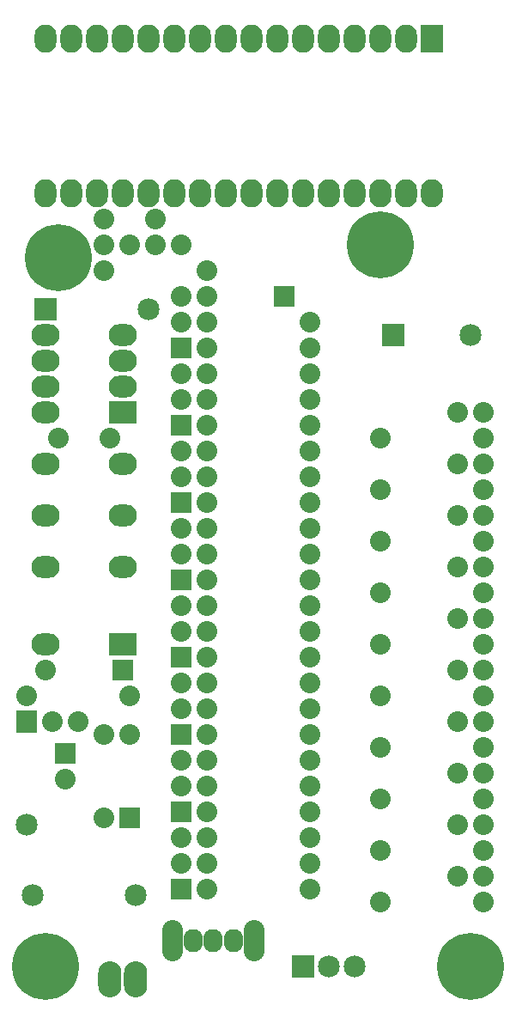
<source format=gbs>
G04 (created by PCBNEW-RS274X (2012-apr-16-27)-stable) date dom 23 mar 2014 15:10:17 CET*
G01*
G70*
G90*
%MOIN*%
G04 Gerber Fmt 3.4, Leading zero omitted, Abs format*
%FSLAX34Y34*%
G04 APERTURE LIST*
%ADD10C,0.008000*%
%ADD11R,0.085000X0.085000*%
%ADD12C,0.085000*%
%ADD13C,0.080000*%
%ADD14R,0.080000X0.085000*%
%ADD15R,0.080000X0.080000*%
%ADD16R,0.110000X0.085000*%
%ADD17O,0.110000X0.085000*%
%ADD18R,0.085000X0.110000*%
%ADD19O,0.085000X0.110000*%
%ADD20O,0.090000X0.140000*%
%ADD21O,0.075000X0.090000*%
%ADD22O,0.080000X0.160000*%
%ADD23C,0.260000*%
G04 APERTURE END LIST*
G54D10*
G54D11*
X43500Y-52000D03*
G54D12*
X44500Y-52000D03*
X45500Y-52000D03*
G54D13*
X39750Y-49000D03*
X43750Y-49000D03*
X39750Y-44000D03*
X43750Y-44000D03*
X43750Y-48000D03*
X39750Y-48000D03*
X36750Y-41500D03*
X32750Y-41500D03*
X43750Y-31000D03*
X39750Y-31000D03*
X43750Y-34000D03*
X39750Y-34000D03*
X43750Y-37000D03*
X39750Y-37000D03*
X43750Y-40000D03*
X39750Y-40000D03*
X43750Y-43000D03*
X39750Y-43000D03*
X43750Y-46000D03*
X39750Y-46000D03*
X43750Y-33000D03*
X39750Y-33000D03*
X46500Y-41500D03*
X50500Y-41500D03*
X46500Y-43500D03*
X50500Y-43500D03*
X46500Y-45500D03*
X50500Y-45500D03*
X46500Y-47500D03*
X50500Y-47500D03*
X46500Y-49500D03*
X50500Y-49500D03*
X43750Y-28000D03*
X39750Y-28000D03*
X43750Y-30000D03*
X39750Y-30000D03*
X43750Y-29000D03*
X39750Y-29000D03*
X46500Y-39500D03*
X50500Y-39500D03*
X43750Y-32000D03*
X39750Y-32000D03*
X43750Y-36000D03*
X39750Y-36000D03*
X43750Y-35000D03*
X39750Y-35000D03*
X43750Y-39000D03*
X39750Y-39000D03*
X43750Y-38000D03*
X39750Y-38000D03*
X43750Y-42000D03*
X39750Y-42000D03*
X43750Y-41000D03*
X39750Y-41000D03*
X43750Y-45000D03*
X39750Y-45000D03*
X43750Y-47000D03*
X39750Y-47000D03*
X46500Y-37500D03*
X50500Y-37500D03*
X39750Y-27000D03*
X43750Y-27000D03*
X46500Y-31500D03*
X50500Y-31500D03*
X46500Y-33500D03*
X50500Y-33500D03*
X46500Y-35500D03*
X50500Y-35500D03*
X39750Y-25000D03*
X35750Y-25000D03*
X35750Y-43000D03*
X36750Y-43000D03*
G54D14*
X32750Y-42500D03*
G54D12*
X32750Y-46500D03*
G54D15*
X36500Y-40500D03*
G54D13*
X33500Y-40500D03*
G54D15*
X42750Y-26000D03*
G54D13*
X39750Y-26000D03*
G54D16*
X36500Y-30500D03*
G54D17*
X36500Y-29500D03*
X36500Y-28500D03*
X36500Y-27500D03*
X33500Y-27500D03*
X33500Y-28500D03*
X33500Y-29500D03*
X33500Y-30500D03*
G54D18*
X48500Y-16000D03*
G54D19*
X47500Y-16000D03*
X46500Y-16000D03*
X45500Y-16000D03*
X44500Y-16000D03*
X43500Y-16000D03*
X42500Y-16000D03*
X41500Y-16000D03*
X40500Y-16000D03*
X39500Y-16000D03*
X38500Y-16000D03*
X37500Y-16000D03*
X36500Y-16000D03*
X35500Y-16000D03*
X34500Y-16000D03*
X33500Y-16000D03*
X33500Y-22000D03*
X34500Y-22000D03*
X35500Y-22000D03*
X36500Y-22000D03*
X37500Y-22000D03*
X38500Y-22000D03*
X39500Y-22000D03*
X40500Y-22000D03*
X41500Y-22000D03*
X42500Y-22000D03*
X43500Y-22000D03*
X44500Y-22000D03*
X45500Y-22000D03*
X46500Y-22000D03*
X47500Y-22000D03*
X48500Y-22000D03*
G54D13*
X34000Y-31500D03*
X36000Y-31500D03*
X37750Y-23000D03*
X35750Y-23000D03*
G54D15*
X36750Y-46250D03*
G54D13*
X35750Y-46250D03*
G54D15*
X34250Y-43750D03*
G54D13*
X34250Y-44750D03*
X37750Y-24000D03*
X38750Y-24000D03*
X33750Y-42500D03*
X34750Y-42500D03*
X36750Y-24000D03*
X35750Y-24000D03*
G54D11*
X33500Y-26500D03*
G54D12*
X37500Y-26500D03*
G54D11*
X47000Y-27500D03*
G54D12*
X50000Y-27500D03*
G54D13*
X50500Y-48500D03*
X49500Y-48500D03*
X50500Y-46500D03*
X49500Y-46500D03*
X50500Y-44500D03*
X49500Y-44500D03*
X50500Y-42500D03*
X49500Y-42500D03*
X50500Y-40500D03*
X49500Y-40500D03*
X50500Y-38500D03*
X49500Y-38500D03*
X50500Y-36500D03*
X49500Y-36500D03*
X50500Y-34500D03*
X49500Y-34500D03*
X50500Y-32500D03*
X49500Y-32500D03*
X50500Y-30500D03*
X49500Y-30500D03*
G54D15*
X38750Y-49000D03*
G54D13*
X38750Y-48000D03*
X38750Y-47000D03*
G54D15*
X38750Y-46000D03*
G54D13*
X38750Y-45000D03*
X38750Y-44000D03*
G54D15*
X38750Y-43000D03*
G54D13*
X38750Y-42000D03*
X38750Y-41000D03*
G54D15*
X38750Y-40000D03*
G54D13*
X38750Y-39000D03*
X38750Y-38000D03*
G54D15*
X38750Y-37000D03*
G54D13*
X38750Y-36000D03*
X38750Y-35000D03*
G54D15*
X38750Y-34000D03*
G54D13*
X38750Y-33000D03*
X38750Y-32000D03*
G54D15*
X38750Y-31000D03*
G54D13*
X38750Y-30000D03*
X38750Y-29000D03*
G54D15*
X38750Y-28000D03*
G54D13*
X38750Y-27000D03*
X38750Y-26000D03*
G54D20*
X37000Y-52500D03*
X36000Y-52500D03*
G54D21*
X40000Y-51000D03*
X40787Y-51000D03*
G54D22*
X41575Y-51000D03*
G54D21*
X39213Y-51000D03*
G54D22*
X38425Y-51000D03*
G54D12*
X33000Y-49250D03*
X37000Y-49250D03*
G54D16*
X36500Y-39500D03*
G54D17*
X36500Y-36500D03*
X36500Y-34500D03*
X36500Y-32500D03*
X33500Y-32500D03*
X33500Y-34500D03*
X33500Y-36500D03*
X33500Y-39500D03*
G54D23*
X50000Y-52000D03*
X33500Y-52000D03*
X46500Y-24000D03*
X34000Y-24500D03*
M02*

</source>
